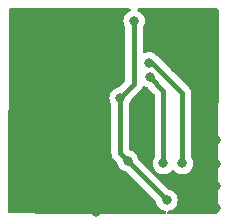
<source format=gbr>
%TF.GenerationSoftware,KiCad,Pcbnew,(6.0.10)*%
%TF.CreationDate,2023-05-20T13:43:56+10:00*%
%TF.ProjectId,DFO,44464f2e-6b69-4636-9164-5f7063625858,rev?*%
%TF.SameCoordinates,Original*%
%TF.FileFunction,Copper,L2,Bot*%
%TF.FilePolarity,Positive*%
%FSLAX46Y46*%
G04 Gerber Fmt 4.6, Leading zero omitted, Abs format (unit mm)*
G04 Created by KiCad (PCBNEW (6.0.10)) date 2023-05-20 13:43:56*
%MOMM*%
%LPD*%
G01*
G04 APERTURE LIST*
%TA.AperFunction,ViaPad*%
%ADD10C,0.800000*%
%TD*%
%TA.AperFunction,Conductor*%
%ADD11C,0.450000*%
%TD*%
%TA.AperFunction,Conductor*%
%ADD12C,0.250000*%
%TD*%
G04 APERTURE END LIST*
D10*
%TO.N,+3.3V*%
X102750000Y-72840000D03*
%TO.N,GND*%
X108760000Y-62950000D03*
%TO.N,+3.3V*%
X102120000Y-67510000D03*
X106080000Y-76170000D03*
X103300000Y-61000000D03*
%TO.N,Net-(R1-Pad2)*%
X104580000Y-64550000D03*
%TO.N,Net-(R2-Pad2)*%
X104620000Y-65720000D03*
%TO.N,GND*%
X98000000Y-68970000D03*
X97960000Y-76690000D03*
X108650000Y-71440000D03*
X110240000Y-73080000D03*
X102050000Y-65400000D03*
X99880000Y-71520000D03*
X104280000Y-69860000D03*
X98050000Y-64350000D03*
X100950000Y-60940000D03*
X110250000Y-71110000D03*
X106790000Y-64950000D03*
X110210000Y-76850000D03*
X98070000Y-60970000D03*
X100090000Y-77170000D03*
X101610000Y-74560000D03*
X108820000Y-60740000D03*
X110260000Y-74970000D03*
X108810000Y-73060000D03*
X98010000Y-72270000D03*
%TO.N,i2c-SCL*%
X107400000Y-73060000D03*
%TO.N,i2c-SDA*%
X105790000Y-73060000D03*
%TD*%
D11*
%TO.N,+3.3V*%
X102750000Y-72840000D02*
X106080000Y-76170000D01*
X102120000Y-72210000D02*
X102750000Y-72840000D01*
X102120000Y-67510000D02*
X103300000Y-66330000D01*
D12*
X102110000Y-67500000D02*
X102120000Y-67510000D01*
D11*
X103300000Y-66330000D02*
X103300000Y-61000000D01*
X102120000Y-67510000D02*
X102120000Y-72210000D01*
%TO.N,i2c-SCL*%
X104840000Y-64550000D02*
X107400000Y-67110000D01*
X107400000Y-67110000D02*
X107400000Y-73060000D01*
X104580000Y-64550000D02*
X104840000Y-64550000D01*
%TO.N,i2c-SDA*%
X105790000Y-66890000D02*
X105790000Y-73060000D01*
X104620000Y-65720000D02*
X105790000Y-66890000D01*
%TD*%
%TA.AperFunction,Conductor*%
%TO.N,GND*%
G36*
X107223332Y-59926508D02*
G01*
X110322786Y-59928160D01*
X110390896Y-59948198D01*
X110437361Y-60001879D01*
X110448718Y-60054709D01*
X110379069Y-75973794D01*
X110373691Y-77202958D01*
X110353391Y-77270991D01*
X110299532Y-77317249D01*
X110247435Y-77328407D01*
X106236739Y-77320241D01*
X106168660Y-77300100D01*
X106122276Y-77246350D01*
X106112315Y-77176055D01*
X106141940Y-77111535D01*
X106201744Y-77073273D01*
X106210795Y-77070995D01*
X106362288Y-77038794D01*
X106368319Y-77036109D01*
X106530722Y-76963803D01*
X106530724Y-76963802D01*
X106536752Y-76961118D01*
X106691253Y-76848866D01*
X106819040Y-76706944D01*
X106914527Y-76541556D01*
X106973542Y-76359928D01*
X106975729Y-76339125D01*
X106992814Y-76176565D01*
X106993504Y-76170000D01*
X106973542Y-75980072D01*
X106914527Y-75798444D01*
X106819040Y-75633056D01*
X106691253Y-75491134D01*
X106536752Y-75378882D01*
X106530724Y-75376198D01*
X106530722Y-75376197D01*
X106368319Y-75303891D01*
X106368318Y-75303891D01*
X106362288Y-75301206D01*
X106254330Y-75278259D01*
X106191433Y-75244107D01*
X103680513Y-72733187D01*
X103646487Y-72670875D01*
X103644298Y-72657264D01*
X103644232Y-72656637D01*
X103643542Y-72650072D01*
X103584527Y-72468444D01*
X103572876Y-72448263D01*
X103533400Y-72379890D01*
X103489040Y-72303056D01*
X103468343Y-72280069D01*
X103365675Y-72166045D01*
X103365674Y-72166044D01*
X103361253Y-72161134D01*
X103206752Y-72048882D01*
X103200724Y-72046198D01*
X103200722Y-72046197D01*
X103038319Y-71973891D01*
X103038318Y-71973891D01*
X103032288Y-71971206D01*
X102953303Y-71954417D01*
X102890829Y-71920688D01*
X102856508Y-71858539D01*
X102853500Y-71831170D01*
X102853500Y-68090301D01*
X102870381Y-68027301D01*
X102951223Y-67887279D01*
X102951224Y-67887278D01*
X102954527Y-67881556D01*
X103013542Y-67699928D01*
X103014232Y-67693365D01*
X103014234Y-67693355D01*
X103014299Y-67692735D01*
X103014437Y-67692400D01*
X103015606Y-67686900D01*
X103016612Y-67687114D01*
X103041313Y-67627079D01*
X103050512Y-67616814D01*
X103772580Y-66894745D01*
X103786994Y-66882358D01*
X103797752Y-66874441D01*
X103803651Y-66870100D01*
X103836631Y-66831280D01*
X103843561Y-66823764D01*
X103848945Y-66818380D01*
X103851208Y-66815519D01*
X103851213Y-66815514D01*
X103865932Y-66796909D01*
X103868721Y-66793507D01*
X103909653Y-66745328D01*
X103909656Y-66745324D01*
X103914392Y-66739749D01*
X103917721Y-66733228D01*
X103920842Y-66728549D01*
X103923778Y-66723795D01*
X103928318Y-66718057D01*
X103958189Y-66654146D01*
X103960099Y-66650239D01*
X103992176Y-66587418D01*
X103993614Y-66581541D01*
X104035793Y-66525083D01*
X104102290Y-66500209D01*
X104162009Y-66513900D01*
X104163248Y-66511118D01*
X104328856Y-66584851D01*
X104337712Y-66588794D01*
X104439825Y-66610499D01*
X104445668Y-66611741D01*
X104508566Y-66645892D01*
X105019595Y-67156920D01*
X105053620Y-67219233D01*
X105056500Y-67246016D01*
X105056500Y-72479699D01*
X105039619Y-72542699D01*
X104955473Y-72688444D01*
X104896458Y-72870072D01*
X104876496Y-73060000D01*
X104896458Y-73249928D01*
X104955473Y-73431556D01*
X105050960Y-73596944D01*
X105178747Y-73738866D01*
X105333248Y-73851118D01*
X105339276Y-73853802D01*
X105339278Y-73853803D01*
X105501681Y-73926109D01*
X105507712Y-73928794D01*
X105601113Y-73948647D01*
X105688056Y-73967128D01*
X105688061Y-73967128D01*
X105694513Y-73968500D01*
X105885487Y-73968500D01*
X105891939Y-73967128D01*
X105891944Y-73967128D01*
X105978887Y-73948647D01*
X106072288Y-73928794D01*
X106078319Y-73926109D01*
X106240722Y-73853803D01*
X106240724Y-73853802D01*
X106246752Y-73851118D01*
X106401253Y-73738866D01*
X106501365Y-73627681D01*
X106561810Y-73590441D01*
X106632793Y-73591793D01*
X106688635Y-73627681D01*
X106788747Y-73738866D01*
X106943248Y-73851118D01*
X106949276Y-73853802D01*
X106949278Y-73853803D01*
X107111681Y-73926109D01*
X107117712Y-73928794D01*
X107211113Y-73948647D01*
X107298056Y-73967128D01*
X107298061Y-73967128D01*
X107304513Y-73968500D01*
X107495487Y-73968500D01*
X107501939Y-73967128D01*
X107501944Y-73967128D01*
X107588887Y-73948647D01*
X107682288Y-73928794D01*
X107688319Y-73926109D01*
X107850722Y-73853803D01*
X107850724Y-73853802D01*
X107856752Y-73851118D01*
X108011253Y-73738866D01*
X108139040Y-73596944D01*
X108234527Y-73431556D01*
X108293542Y-73249928D01*
X108313504Y-73060000D01*
X108293542Y-72870072D01*
X108234527Y-72688444D01*
X108150381Y-72542699D01*
X108133500Y-72479699D01*
X108133500Y-67175174D01*
X108134933Y-67156223D01*
X108136944Y-67143007D01*
X108136944Y-67143004D01*
X108138044Y-67135774D01*
X108133915Y-67085013D01*
X108133500Y-67074798D01*
X108133500Y-67067174D01*
X108130324Y-67039934D01*
X108129895Y-67035594D01*
X108124771Y-66972593D01*
X108124770Y-66972589D01*
X108124177Y-66965296D01*
X108121921Y-66958332D01*
X108120819Y-66952817D01*
X108119533Y-66947378D01*
X108118686Y-66940110D01*
X108116189Y-66933232D01*
X108116188Y-66933226D01*
X108094618Y-66873803D01*
X108093208Y-66869700D01*
X108071465Y-66802580D01*
X108067665Y-66796317D01*
X108065322Y-66791201D01*
X108062824Y-66786212D01*
X108060327Y-66779333D01*
X108021661Y-66720357D01*
X108019315Y-66716639D01*
X107985647Y-66661157D01*
X107982733Y-66656355D01*
X107975571Y-66648245D01*
X107975588Y-66648230D01*
X107972655Y-66644921D01*
X107970558Y-66642413D01*
X107966546Y-66636294D01*
X107912242Y-66584851D01*
X107909800Y-66582474D01*
X105404748Y-64077423D01*
X105392361Y-64063010D01*
X105384441Y-64052248D01*
X105380100Y-64046349D01*
X105341280Y-64013369D01*
X105333764Y-64006439D01*
X105328380Y-64001055D01*
X105325519Y-63998792D01*
X105325514Y-63998787D01*
X105306909Y-63984068D01*
X105303508Y-63981279D01*
X105254281Y-63939458D01*
X105242228Y-63927748D01*
X105191253Y-63871134D01*
X105036752Y-63758882D01*
X105030724Y-63756198D01*
X105030722Y-63756197D01*
X104868319Y-63683891D01*
X104868318Y-63683891D01*
X104862288Y-63681206D01*
X104768887Y-63661353D01*
X104681944Y-63642872D01*
X104681939Y-63642872D01*
X104675487Y-63641500D01*
X104484513Y-63641500D01*
X104478061Y-63642872D01*
X104478056Y-63642872D01*
X104391113Y-63661353D01*
X104297712Y-63681206D01*
X104291685Y-63683889D01*
X104291677Y-63683892D01*
X104210748Y-63719924D01*
X104140381Y-63729358D01*
X104076084Y-63699251D01*
X104038271Y-63639162D01*
X104033500Y-63604817D01*
X104033500Y-61580301D01*
X104050381Y-61517301D01*
X104131223Y-61377279D01*
X104131224Y-61377278D01*
X104134527Y-61371556D01*
X104193542Y-61189928D01*
X104213504Y-61000000D01*
X104193542Y-60810072D01*
X104134527Y-60628444D01*
X104039040Y-60463056D01*
X103911253Y-60321134D01*
X103756752Y-60208882D01*
X103750724Y-60206198D01*
X103750722Y-60206197D01*
X103659859Y-60165742D01*
X103605763Y-60119761D01*
X103585114Y-60051834D01*
X103604467Y-59983526D01*
X103657677Y-59936525D01*
X103711173Y-59924635D01*
X107223332Y-59926508D01*
G37*
%TD.AperFunction*%
%TA.AperFunction,Conductor*%
G36*
X102889943Y-59924198D02*
G01*
X102958053Y-59944236D01*
X103004518Y-59997917D01*
X103014584Y-60068196D01*
X102985056Y-60132761D01*
X102941124Y-60165305D01*
X102849281Y-60206195D01*
X102849274Y-60206199D01*
X102843248Y-60208882D01*
X102688747Y-60321134D01*
X102560960Y-60463056D01*
X102465473Y-60628444D01*
X102406458Y-60810072D01*
X102386496Y-61000000D01*
X102406458Y-61189928D01*
X102465473Y-61371556D01*
X102468776Y-61377278D01*
X102468777Y-61377279D01*
X102549619Y-61517301D01*
X102566500Y-61580301D01*
X102566500Y-65973983D01*
X102546498Y-66042104D01*
X102529596Y-66063078D01*
X102008568Y-66584107D01*
X101945669Y-66618259D01*
X101837712Y-66641206D01*
X101831682Y-66643891D01*
X101831681Y-66643891D01*
X101669278Y-66716197D01*
X101669276Y-66716198D01*
X101663248Y-66718882D01*
X101657907Y-66722762D01*
X101657906Y-66722763D01*
X101634527Y-66739749D01*
X101508747Y-66831134D01*
X101380960Y-66973056D01*
X101285473Y-67138444D01*
X101226458Y-67320072D01*
X101206496Y-67510000D01*
X101226458Y-67699928D01*
X101285473Y-67881556D01*
X101288776Y-67887278D01*
X101288777Y-67887279D01*
X101369619Y-68027301D01*
X101386500Y-68090301D01*
X101386500Y-72144834D01*
X101385067Y-72163783D01*
X101381957Y-72184227D01*
X101382550Y-72191519D01*
X101382550Y-72191522D01*
X101386085Y-72234979D01*
X101386500Y-72245194D01*
X101386500Y-72252826D01*
X101386922Y-72256445D01*
X101386923Y-72256464D01*
X101389675Y-72280069D01*
X101390107Y-72284435D01*
X101395823Y-72354704D01*
X101398081Y-72361673D01*
X101399184Y-72367193D01*
X101400466Y-72372618D01*
X101401314Y-72379890D01*
X101403811Y-72386769D01*
X101425382Y-72446196D01*
X101426810Y-72450356D01*
X101446280Y-72510458D01*
X101446282Y-72510462D01*
X101448536Y-72517420D01*
X101452330Y-72523672D01*
X101454672Y-72528788D01*
X101457176Y-72533789D01*
X101459673Y-72540667D01*
X101463683Y-72546784D01*
X101463686Y-72546789D01*
X101498347Y-72599654D01*
X101500695Y-72603376D01*
X101537267Y-72663645D01*
X101540979Y-72667848D01*
X101544429Y-72671755D01*
X101544412Y-72671770D01*
X101547346Y-72675080D01*
X101549442Y-72677587D01*
X101553454Y-72683706D01*
X101558766Y-72688738D01*
X101607776Y-72735166D01*
X101610218Y-72737544D01*
X101819488Y-72946814D01*
X101853514Y-73009126D01*
X101855702Y-73022735D01*
X101856458Y-73029928D01*
X101915473Y-73211556D01*
X102010960Y-73376944D01*
X102138747Y-73518866D01*
X102293248Y-73631118D01*
X102299276Y-73633802D01*
X102299278Y-73633803D01*
X102461681Y-73706109D01*
X102467712Y-73708794D01*
X102575670Y-73731741D01*
X102638567Y-73765893D01*
X105149487Y-76276813D01*
X105183513Y-76339125D01*
X105185702Y-76352736D01*
X105186458Y-76359928D01*
X105245473Y-76541556D01*
X105340960Y-76706944D01*
X105468747Y-76848866D01*
X105623248Y-76961118D01*
X105629276Y-76963802D01*
X105629278Y-76963803D01*
X105791681Y-77036109D01*
X105797712Y-77038794D01*
X105804164Y-77040166D01*
X105804169Y-77040167D01*
X105946164Y-77070349D01*
X106008638Y-77104078D01*
X106042959Y-77166227D01*
X106038231Y-77237066D01*
X105995955Y-77294104D01*
X105929553Y-77319231D01*
X105919718Y-77319596D01*
X96999508Y-77301434D01*
X92757025Y-77292796D01*
X92688946Y-77272655D01*
X92642562Y-77218905D01*
X92631283Y-77166244D01*
X92706351Y-60044285D01*
X92726652Y-59976252D01*
X92780511Y-59929995D01*
X92832417Y-59918837D01*
X102889943Y-59924198D01*
G37*
%TD.AperFunction*%
%TD*%
M02*

</source>
